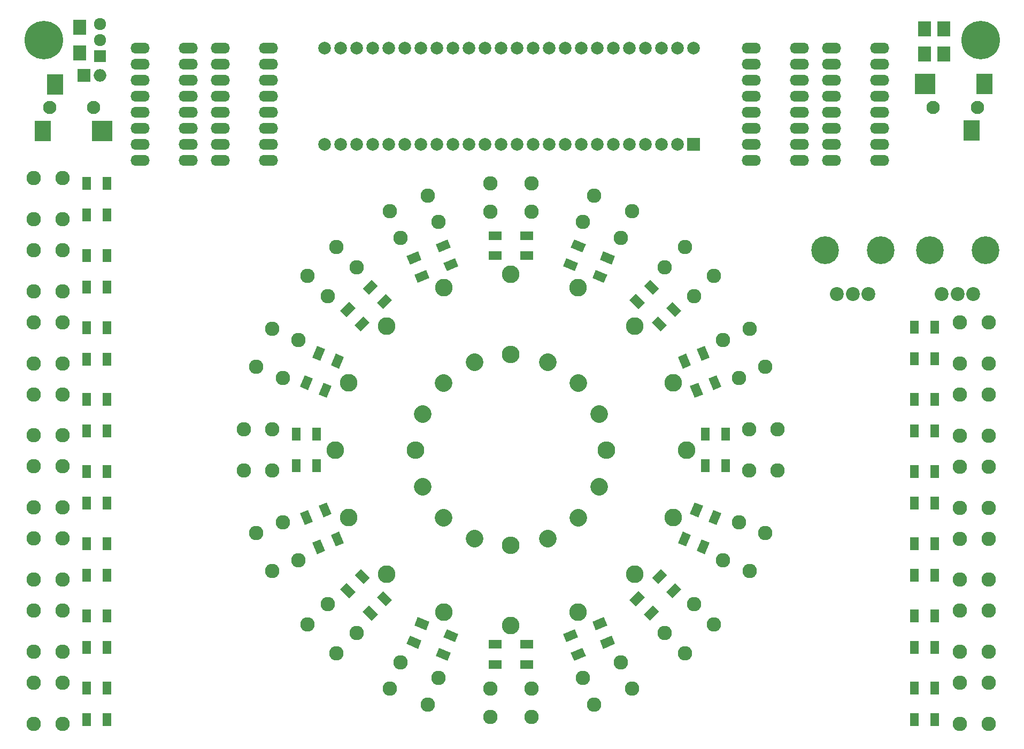
<source format=gts>
G04 #@! TF.FileFunction,Soldermask,Top*
%FSLAX46Y46*%
G04 Gerber Fmt 4.6, Leading zero omitted, Abs format (unit mm)*
G04 Created by KiCad (PCBNEW 4.0.6) date 2019 June 20, Thursday 16:13:16*
%MOMM*%
%LPD*%
G01*
G04 APERTURE LIST*
%ADD10C,0.100000*%
%ADD11R,2.000000X2.000000*%
%ADD12O,2.000000X2.000000*%
%ADD13C,2.200000*%
%ADD14C,4.400000*%
%ADD15C,6.100000*%
%ADD16O,3.041600X1.720800*%
%ADD17C,2.000000*%
%ADD18C,2.100000*%
%ADD19R,2.600000X3.200000*%
%ADD20R,3.200000X3.200000*%
%ADD21R,1.400000X2.000000*%
%ADD22R,2.000000X1.400000*%
%ADD23C,2.279600*%
%ADD24R,2.000000X2.400000*%
%ADD25C,2.800000*%
%ADD26O,2.800000X2.800000*%
%ADD27C,2.800000*%
%ADD28C,1.920000*%
%ADD29R,1.920000X1.920000*%
%ADD30R,2.100000X2.400000*%
G04 APERTURE END LIST*
D10*
D11*
X78181200Y-44564300D03*
D12*
X80721200Y-44564300D03*
D13*
X197450700Y-79171800D03*
X199950700Y-79171800D03*
X202450700Y-79171800D03*
D14*
X195550700Y-72171800D03*
X204350700Y-72171800D03*
D13*
X214024200Y-79171800D03*
X216524200Y-79171800D03*
X219024200Y-79171800D03*
D14*
X212124200Y-72171800D03*
X220924200Y-72171800D03*
D15*
X220167200Y-38912800D03*
D16*
X191511200Y-40182800D03*
X191511200Y-42722800D03*
X191511200Y-45262800D03*
X191511200Y-47802800D03*
X191511200Y-50342800D03*
X191511200Y-52882800D03*
X191511200Y-55422800D03*
X191511200Y-57962800D03*
X183891200Y-57962800D03*
X183891200Y-55422800D03*
X183891200Y-52882800D03*
X183891200Y-50342800D03*
X183891200Y-47802800D03*
X183891200Y-45262800D03*
X183891200Y-42722800D03*
X183891200Y-40182800D03*
D17*
X134061200Y-55422800D03*
X131521200Y-55422800D03*
X128981200Y-55422800D03*
X126441200Y-55422800D03*
X136601200Y-55422800D03*
X139141200Y-55422800D03*
X141681200Y-55422800D03*
X123901200Y-55422800D03*
X121361200Y-55422800D03*
X118821200Y-55422800D03*
X116281200Y-55422800D03*
X116281200Y-40182800D03*
X118821200Y-40182800D03*
X121361200Y-40182800D03*
X123901200Y-40182800D03*
X126441200Y-40182800D03*
X128981200Y-40182800D03*
X131521200Y-40182800D03*
X134061200Y-40182800D03*
X144221200Y-55422800D03*
X146761200Y-55422800D03*
X149301200Y-55422800D03*
X151841200Y-55422800D03*
X154381200Y-55422800D03*
X156921200Y-55422800D03*
X159461200Y-55422800D03*
X162001200Y-55422800D03*
X164541200Y-55422800D03*
X167081200Y-55422800D03*
X169621200Y-55422800D03*
X172161200Y-55422800D03*
D11*
X174701200Y-55422800D03*
D17*
X136601200Y-40182800D03*
X139141200Y-40182800D03*
X141681200Y-40182800D03*
X144221200Y-40182800D03*
X146761200Y-40182800D03*
X149301200Y-40182800D03*
X151841200Y-40182800D03*
X154381200Y-40182800D03*
X156921200Y-40182800D03*
X159461200Y-40182800D03*
X162001200Y-40182800D03*
X164541200Y-40182800D03*
X167081200Y-40182800D03*
X169621200Y-40182800D03*
X172161200Y-40182800D03*
X174701200Y-40182800D03*
D16*
X204211200Y-40182800D03*
X204211200Y-42722800D03*
X204211200Y-45262800D03*
X204211200Y-47802800D03*
X204211200Y-50342800D03*
X204211200Y-52882800D03*
X204211200Y-55422800D03*
X204211200Y-57962800D03*
X196591200Y-57962800D03*
X196591200Y-55422800D03*
X196591200Y-52882800D03*
X196591200Y-50342800D03*
X196591200Y-47802800D03*
X196591200Y-45262800D03*
X196591200Y-42722800D03*
X196591200Y-40182800D03*
X107391200Y-40182800D03*
X107391200Y-42722800D03*
X107391200Y-45262800D03*
X107391200Y-47802800D03*
X107391200Y-50342800D03*
X107391200Y-52882800D03*
X107391200Y-55422800D03*
X107391200Y-57962800D03*
X99771200Y-57962800D03*
X99771200Y-55422800D03*
X99771200Y-52882800D03*
X99771200Y-50342800D03*
X99771200Y-47802800D03*
X99771200Y-45262800D03*
X99771200Y-42722800D03*
X99771200Y-40182800D03*
D18*
X219659200Y-49580800D03*
D19*
X218759200Y-53280800D03*
X220759200Y-45880800D03*
D20*
X211359200Y-45880800D03*
D18*
X212659200Y-49580800D03*
D16*
X94691200Y-40182800D03*
X94691200Y-42722800D03*
X94691200Y-45262800D03*
X94691200Y-47802800D03*
X94691200Y-50342800D03*
X94691200Y-52882800D03*
X94691200Y-55422800D03*
X94691200Y-57962800D03*
X87071200Y-57962800D03*
X87071200Y-55422800D03*
X87071200Y-52882800D03*
X87071200Y-50342800D03*
X87071200Y-47802800D03*
X87071200Y-45262800D03*
X87071200Y-42722800D03*
X87071200Y-40182800D03*
D10*
G36*
X122334196Y-129448724D02*
X123324146Y-128458774D01*
X124738360Y-129872988D01*
X123748410Y-130862938D01*
X122334196Y-129448724D01*
X122334196Y-129448724D01*
G37*
G36*
X124596938Y-127185982D02*
X125586888Y-126196032D01*
X127001102Y-127610246D01*
X126011152Y-128600196D01*
X124596938Y-127185982D01*
X124596938Y-127185982D01*
G37*
G36*
X118798662Y-125913190D02*
X119788612Y-124923240D01*
X121202826Y-126337454D01*
X120212876Y-127327404D01*
X118798662Y-125913190D01*
X118798662Y-125913190D01*
G37*
G36*
X121061404Y-123650448D02*
X122051354Y-122660498D01*
X123465568Y-124074712D01*
X122475618Y-125064662D01*
X121061404Y-123650448D01*
X121061404Y-123650448D01*
G37*
D21*
X81864000Y-141549600D03*
X78664000Y-141549600D03*
X81864000Y-146549600D03*
X78664000Y-146549600D03*
X81864000Y-130129600D03*
X78664000Y-130129600D03*
X81864000Y-135129600D03*
X78664000Y-135129600D03*
X81864000Y-118709600D03*
X78664000Y-118709600D03*
X81864000Y-123709600D03*
X78664000Y-123709600D03*
X81864000Y-107289600D03*
X78664000Y-107289600D03*
X81864000Y-112289600D03*
X78664000Y-112289600D03*
X81864000Y-95869600D03*
X78664000Y-95869600D03*
X81864000Y-100869600D03*
X78664000Y-100869600D03*
X81864000Y-84449600D03*
X78664000Y-84449600D03*
X81864000Y-89449600D03*
X78664000Y-89449600D03*
X81864000Y-73029600D03*
X78664000Y-73029600D03*
X81864000Y-78029600D03*
X78664000Y-78029600D03*
X81864000Y-61609600D03*
X78664000Y-61609600D03*
X81864000Y-66609600D03*
X78664000Y-66609600D03*
X209728000Y-146518800D03*
X212928000Y-146518800D03*
X209728000Y-141518800D03*
X212928000Y-141518800D03*
X209728000Y-135098800D03*
X212928000Y-135098800D03*
X209728000Y-130098800D03*
X212928000Y-130098800D03*
X209728000Y-123678800D03*
X212928000Y-123678800D03*
X209728000Y-118678800D03*
X212928000Y-118678800D03*
X209728000Y-112258800D03*
X212928000Y-112258800D03*
X209728000Y-107258800D03*
X212928000Y-107258800D03*
X209728000Y-100838800D03*
X212928000Y-100838800D03*
X209728000Y-95838800D03*
X212928000Y-95838800D03*
X209728000Y-89418800D03*
X212928000Y-89418800D03*
X209728000Y-84418800D03*
X212928000Y-84418800D03*
D22*
X148296000Y-137845600D03*
X148296000Y-134645600D03*
X143296000Y-137845600D03*
X143296000Y-134645600D03*
D10*
G36*
X160453281Y-135331717D02*
X159917524Y-134038286D01*
X161765283Y-133272919D01*
X162301040Y-134566350D01*
X160453281Y-135331717D01*
X160453281Y-135331717D01*
G37*
G36*
X159228694Y-132375302D02*
X158692937Y-131081871D01*
X160540696Y-130316504D01*
X161076453Y-131609935D01*
X159228694Y-132375302D01*
X159228694Y-132375302D01*
G37*
G36*
X155833884Y-137245134D02*
X155298127Y-135951703D01*
X157145886Y-135186336D01*
X157681643Y-136479767D01*
X155833884Y-137245134D01*
X155833884Y-137245134D01*
G37*
G36*
X154609297Y-134288719D02*
X154073540Y-132995288D01*
X155921299Y-132229921D01*
X156457056Y-133523352D01*
X154609297Y-134288719D01*
X154609297Y-134288719D01*
G37*
G36*
X171379124Y-127327404D02*
X170389174Y-126337454D01*
X171803388Y-124923240D01*
X172793338Y-125913190D01*
X171379124Y-127327404D01*
X171379124Y-127327404D01*
G37*
G36*
X169116382Y-125064662D02*
X168126432Y-124074712D01*
X169540646Y-122660498D01*
X170530596Y-123650448D01*
X169116382Y-125064662D01*
X169116382Y-125064662D01*
G37*
G36*
X167843590Y-130862938D02*
X166853640Y-129872988D01*
X168267854Y-128458774D01*
X169257804Y-129448724D01*
X167843590Y-130862938D01*
X167843590Y-130862938D01*
G37*
G36*
X165580848Y-128600196D02*
X164590898Y-127610246D01*
X166005112Y-126196032D01*
X166995062Y-127185982D01*
X165580848Y-128600196D01*
X165580848Y-128600196D01*
G37*
G36*
X178410167Y-115751243D02*
X177116736Y-115215486D01*
X177882103Y-113367727D01*
X179175534Y-113903484D01*
X178410167Y-115751243D01*
X178410167Y-115751243D01*
G37*
G36*
X175453752Y-114526656D02*
X174160321Y-113990899D01*
X174925688Y-112143140D01*
X176219119Y-112678897D01*
X175453752Y-114526656D01*
X175453752Y-114526656D01*
G37*
G36*
X176496750Y-120370640D02*
X175203319Y-119834883D01*
X175968686Y-117987124D01*
X177262117Y-118522881D01*
X176496750Y-120370640D01*
X176496750Y-120370640D01*
G37*
G36*
X173540335Y-119146053D02*
X172246904Y-118610296D01*
X173012271Y-116762537D01*
X174305702Y-117298294D01*
X173540335Y-119146053D01*
X173540335Y-119146053D01*
G37*
D21*
X179776000Y-101365600D03*
X176576000Y-101365600D03*
X179776000Y-106365600D03*
X176576000Y-106365600D03*
D10*
G36*
X177262117Y-89208319D02*
X175968686Y-89744076D01*
X175203319Y-87896317D01*
X176496750Y-87360560D01*
X177262117Y-89208319D01*
X177262117Y-89208319D01*
G37*
G36*
X174305702Y-90432906D02*
X173012271Y-90968663D01*
X172246904Y-89120904D01*
X173540335Y-88585147D01*
X174305702Y-90432906D01*
X174305702Y-90432906D01*
G37*
G36*
X179175534Y-93827716D02*
X177882103Y-94363473D01*
X177116736Y-92515714D01*
X178410167Y-91979957D01*
X179175534Y-93827716D01*
X179175534Y-93827716D01*
G37*
G36*
X176219119Y-95052303D02*
X174925688Y-95588060D01*
X174160321Y-93740301D01*
X175453752Y-93204544D01*
X176219119Y-95052303D01*
X176219119Y-95052303D01*
G37*
G36*
X169257804Y-78282476D02*
X168267854Y-79272426D01*
X166853640Y-77858212D01*
X167843590Y-76868262D01*
X169257804Y-78282476D01*
X169257804Y-78282476D01*
G37*
G36*
X166995062Y-80545218D02*
X166005112Y-81535168D01*
X164590898Y-80120954D01*
X165580848Y-79131004D01*
X166995062Y-80545218D01*
X166995062Y-80545218D01*
G37*
G36*
X172793338Y-81818010D02*
X171803388Y-82807960D01*
X170389174Y-81393746D01*
X171379124Y-80403796D01*
X172793338Y-81818010D01*
X172793338Y-81818010D01*
G37*
G36*
X170530596Y-84080752D02*
X169540646Y-85070702D01*
X168126432Y-83656488D01*
X169116382Y-82666538D01*
X170530596Y-84080752D01*
X170530596Y-84080752D01*
G37*
G36*
X157681643Y-71251433D02*
X157145886Y-72544864D01*
X155298127Y-71779497D01*
X155833884Y-70486066D01*
X157681643Y-71251433D01*
X157681643Y-71251433D01*
G37*
G36*
X156457056Y-74207848D02*
X155921299Y-75501279D01*
X154073540Y-74735912D01*
X154609297Y-73442481D01*
X156457056Y-74207848D01*
X156457056Y-74207848D01*
G37*
G36*
X162301040Y-73164850D02*
X161765283Y-74458281D01*
X159917524Y-73692914D01*
X160453281Y-72399483D01*
X162301040Y-73164850D01*
X162301040Y-73164850D01*
G37*
G36*
X161076453Y-76121265D02*
X160540696Y-77414696D01*
X158692937Y-76649329D01*
X159228694Y-75355898D01*
X161076453Y-76121265D01*
X161076453Y-76121265D01*
G37*
D22*
X143296000Y-69885600D03*
X143296000Y-73085600D03*
X148296000Y-69885600D03*
X148296000Y-73085600D03*
D10*
G36*
X131138719Y-72399483D02*
X131674476Y-73692914D01*
X129826717Y-74458281D01*
X129290960Y-73164850D01*
X131138719Y-72399483D01*
X131138719Y-72399483D01*
G37*
G36*
X132363306Y-75355898D02*
X132899063Y-76649329D01*
X131051304Y-77414696D01*
X130515547Y-76121265D01*
X132363306Y-75355898D01*
X132363306Y-75355898D01*
G37*
G36*
X135758116Y-70486066D02*
X136293873Y-71779497D01*
X134446114Y-72544864D01*
X133910357Y-71251433D01*
X135758116Y-70486066D01*
X135758116Y-70486066D01*
G37*
G36*
X136982703Y-73442481D02*
X137518460Y-74735912D01*
X135670701Y-75501279D01*
X135134944Y-74207848D01*
X136982703Y-73442481D01*
X136982703Y-73442481D01*
G37*
G36*
X120212876Y-80403796D02*
X121202826Y-81393746D01*
X119788612Y-82807960D01*
X118798662Y-81818010D01*
X120212876Y-80403796D01*
X120212876Y-80403796D01*
G37*
G36*
X122475618Y-82666538D02*
X123465568Y-83656488D01*
X122051354Y-85070702D01*
X121061404Y-84080752D01*
X122475618Y-82666538D01*
X122475618Y-82666538D01*
G37*
G36*
X123748410Y-76868262D02*
X124738360Y-77858212D01*
X123324146Y-79272426D01*
X122334196Y-78282476D01*
X123748410Y-76868262D01*
X123748410Y-76868262D01*
G37*
G36*
X126011152Y-79131004D02*
X127001102Y-80120954D01*
X125586888Y-81535168D01*
X124596938Y-80545218D01*
X126011152Y-79131004D01*
X126011152Y-79131004D01*
G37*
G36*
X113181833Y-91979957D02*
X114475264Y-92515714D01*
X113709897Y-94363473D01*
X112416466Y-93827716D01*
X113181833Y-91979957D01*
X113181833Y-91979957D01*
G37*
G36*
X116138248Y-93204544D02*
X117431679Y-93740301D01*
X116666312Y-95588060D01*
X115372881Y-95052303D01*
X116138248Y-93204544D01*
X116138248Y-93204544D01*
G37*
G36*
X115095250Y-87360560D02*
X116388681Y-87896317D01*
X115623314Y-89744076D01*
X114329883Y-89208319D01*
X115095250Y-87360560D01*
X115095250Y-87360560D01*
G37*
G36*
X118051665Y-88585147D02*
X119345096Y-89120904D01*
X118579729Y-90968663D01*
X117286298Y-90432906D01*
X118051665Y-88585147D01*
X118051665Y-88585147D01*
G37*
D21*
X111816000Y-106365600D03*
X115016000Y-106365600D03*
X111816000Y-101365600D03*
X115016000Y-101365600D03*
D10*
G36*
X114329883Y-118522881D02*
X115623314Y-117987124D01*
X116388681Y-119834883D01*
X115095250Y-120370640D01*
X114329883Y-118522881D01*
X114329883Y-118522881D01*
G37*
G36*
X117286298Y-117298294D02*
X118579729Y-116762537D01*
X119345096Y-118610296D01*
X118051665Y-119146053D01*
X117286298Y-117298294D01*
X117286298Y-117298294D01*
G37*
G36*
X112416466Y-113903484D02*
X113709897Y-113367727D01*
X114475264Y-115215486D01*
X113181833Y-115751243D01*
X112416466Y-113903484D01*
X112416466Y-113903484D01*
G37*
G36*
X115372881Y-112678897D02*
X116666312Y-112143140D01*
X117431679Y-113990899D01*
X116138248Y-114526656D01*
X115372881Y-112678897D01*
X115372881Y-112678897D01*
G37*
G36*
X133910357Y-136479767D02*
X134446114Y-135186336D01*
X136293873Y-135951703D01*
X135758116Y-137245134D01*
X133910357Y-136479767D01*
X133910357Y-136479767D01*
G37*
G36*
X135134944Y-133523352D02*
X135670701Y-132229921D01*
X137518460Y-132995288D01*
X136982703Y-134288719D01*
X135134944Y-133523352D01*
X135134944Y-133523352D01*
G37*
G36*
X129290960Y-134566350D02*
X129826717Y-133272919D01*
X131674476Y-134038286D01*
X131138719Y-135331717D01*
X129290960Y-134566350D01*
X129290960Y-134566350D01*
G37*
G36*
X130515547Y-131609935D02*
X131051304Y-130316504D01*
X132899063Y-131081871D01*
X132363306Y-132375302D01*
X130515547Y-131609935D01*
X130515547Y-131609935D01*
G37*
D23*
X142544800Y-141605000D03*
X149047200Y-141605000D03*
X142544800Y-146126200D03*
X149047200Y-146126200D03*
X157234526Y-139976439D03*
X163241960Y-137488079D03*
X158964714Y-144153483D03*
X164972148Y-141665123D03*
X170182840Y-132850331D03*
X174780731Y-128252440D03*
X173379811Y-136047302D03*
X177977702Y-131449411D03*
X179418479Y-121311560D03*
X181906839Y-115304126D03*
X183595523Y-123041748D03*
X186083883Y-117034314D03*
X183535400Y-107116800D03*
X183535400Y-100614400D03*
X188056600Y-107116800D03*
X188056600Y-100614400D03*
X181906839Y-92427074D03*
X179418479Y-86419640D03*
X186083883Y-90696886D03*
X183595523Y-84689452D03*
X174780731Y-79478760D03*
X170182840Y-74880869D03*
X177977702Y-76281789D03*
X173379811Y-71683898D03*
X163241960Y-70243121D03*
X157234526Y-67754761D03*
X164972148Y-66066077D03*
X158964714Y-63577717D03*
X149047200Y-66126200D03*
X142544800Y-66126200D03*
X149047200Y-61605000D03*
X142544800Y-61605000D03*
X134357474Y-67754761D03*
X128350040Y-70243121D03*
X132627286Y-63577717D03*
X126619852Y-66066077D03*
X121409160Y-74880869D03*
X116811269Y-79478760D03*
X118212189Y-71683898D03*
X113614298Y-76281789D03*
X112173521Y-86419640D03*
X109685161Y-92427074D03*
X107996477Y-84689452D03*
X105508117Y-90696886D03*
X108056600Y-100614400D03*
X108056600Y-107116800D03*
X103535400Y-100614400D03*
X103535400Y-107116800D03*
X109685161Y-115304126D03*
X112173521Y-121311560D03*
X105508117Y-117034314D03*
X107996477Y-123041748D03*
X116811269Y-128252440D03*
X121409160Y-132850331D03*
X113614298Y-131449411D03*
X118212189Y-136047302D03*
X128350040Y-137488079D03*
X134357474Y-139976439D03*
X126619852Y-141665123D03*
X132627286Y-144153483D03*
X74808080Y-60777120D03*
X74808080Y-67279520D03*
X70286880Y-60777120D03*
X70286880Y-67279520D03*
X74808080Y-72197120D03*
X74808080Y-78699520D03*
X70286880Y-72197120D03*
X70286880Y-78699520D03*
X74808080Y-83617120D03*
X74808080Y-90119520D03*
X70286880Y-83617120D03*
X70286880Y-90119520D03*
X74808080Y-95037120D03*
X74808080Y-101539520D03*
X70286880Y-95037120D03*
X70286880Y-101539520D03*
X74808080Y-106457120D03*
X74808080Y-112959520D03*
X70286880Y-106457120D03*
X70286880Y-112959520D03*
X74808080Y-117877120D03*
X74808080Y-124379520D03*
X70286880Y-117877120D03*
X70286880Y-124379520D03*
X74808080Y-129297120D03*
X74808080Y-135799520D03*
X70286880Y-129297120D03*
X70286880Y-135799520D03*
X74808080Y-140717120D03*
X74808080Y-147219520D03*
X70286880Y-140717120D03*
X70286880Y-147219520D03*
X216910920Y-90139520D03*
X216910920Y-83637120D03*
X221432120Y-90139520D03*
X221432120Y-83637120D03*
X216910920Y-101559520D03*
X216910920Y-95057120D03*
X221432120Y-101559520D03*
X221432120Y-95057120D03*
X216910920Y-112979520D03*
X216910920Y-106477120D03*
X221432120Y-112979520D03*
X221432120Y-106477120D03*
X216910920Y-124399520D03*
X216910920Y-117897120D03*
X221432120Y-124399520D03*
X221432120Y-117897120D03*
X216910920Y-135819520D03*
X216910920Y-129317120D03*
X221432120Y-135819520D03*
X221432120Y-129317120D03*
X216910920Y-147239520D03*
X216910920Y-140737120D03*
X221432120Y-147239520D03*
X221432120Y-140737120D03*
D24*
X214325200Y-37166800D03*
X214325200Y-41166800D03*
X211277200Y-37166800D03*
X211277200Y-41166800D03*
D25*
X145796000Y-76057600D03*
D26*
X145796000Y-88757600D03*
D25*
X156437661Y-78174358D03*
D27*
X151577581Y-89907628D02*
X151577581Y-89907628D01*
D25*
X165459225Y-84202375D03*
D27*
X156478969Y-93182631D02*
X156478969Y-93182631D01*
D25*
X171487242Y-93223939D03*
D27*
X159753972Y-98084019D02*
X159753972Y-98084019D01*
D25*
X173604000Y-103865600D03*
D26*
X160904000Y-103865600D03*
D25*
X171487242Y-114507261D03*
D27*
X159753972Y-109647181D02*
X159753972Y-109647181D01*
D25*
X165459225Y-123528825D03*
D27*
X156478969Y-114548569D02*
X156478969Y-114548569D01*
D25*
X156437661Y-129556842D03*
D27*
X151577581Y-117823572D02*
X151577581Y-117823572D01*
D25*
X145796000Y-131673600D03*
D26*
X145796000Y-118973600D03*
D25*
X135154339Y-129556842D03*
D27*
X140014419Y-117823572D02*
X140014419Y-117823572D01*
D25*
X126132775Y-123528825D03*
D27*
X135113031Y-114548569D02*
X135113031Y-114548569D01*
D25*
X120104758Y-114507261D03*
D27*
X131838028Y-109647181D02*
X131838028Y-109647181D01*
D25*
X117988000Y-103865600D03*
D26*
X130688000Y-103865600D03*
D25*
X120104758Y-93223939D03*
D27*
X131838028Y-98084019D02*
X131838028Y-98084019D01*
D25*
X126132775Y-84202375D03*
D27*
X135113031Y-93182631D02*
X135113031Y-93182631D01*
D25*
X135154339Y-78174358D03*
D27*
X140014419Y-89907628D02*
X140014419Y-89907628D01*
D15*
X71831200Y-38912800D03*
D18*
X72768700Y-49644300D03*
D19*
X73668700Y-45944300D03*
X71668700Y-53344300D03*
D20*
X81068700Y-53344300D03*
D18*
X79768700Y-49644300D03*
D28*
X80721200Y-38912800D03*
X80721200Y-36372800D03*
D29*
X80721200Y-41452800D03*
D30*
X77546200Y-36944800D03*
X77546200Y-40944800D03*
M02*

</source>
